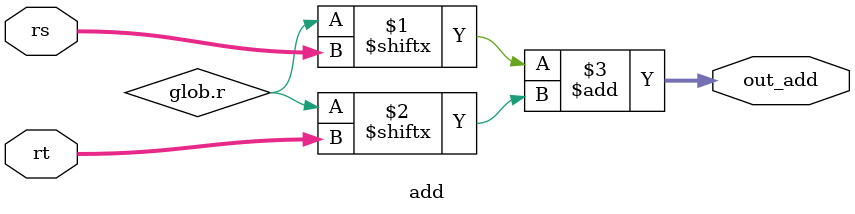
<source format=v>
module add(
	input [4:0] rs, rt,
	output [31:0] out_add
);
assign out_add = glob.r[rs] + glob.r[rt];
endmodule

</source>
